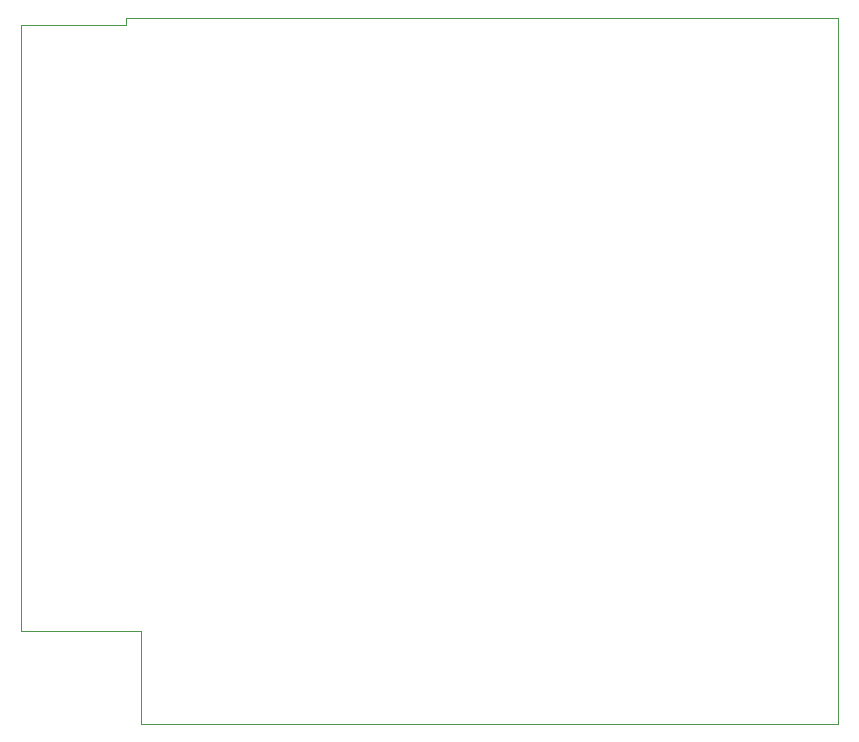
<source format=gm1>
G04 #@! TF.GenerationSoftware,KiCad,Pcbnew,(5.1.2)-2*
G04 #@! TF.CreationDate,2021-06-07T01:18:36+02:00*
G04 #@! TF.ProjectId,BeagleV Chew Toy,42656167-6c65-4562-9043-68657720546f,rev?*
G04 #@! TF.SameCoordinates,Original*
G04 #@! TF.FileFunction,Profile,NP*
%FSLAX46Y46*%
G04 Gerber Fmt 4.6, Leading zero omitted, Abs format (unit mm)*
G04 Created by KiCad (PCBNEW (5.1.2)-2) date 2021-06-07 01:18:36*
%MOMM*%
%LPD*%
G04 APERTURE LIST*
%ADD10C,0.050000*%
G04 APERTURE END LIST*
D10*
X134747000Y-79502000D02*
X125857000Y-79502000D01*
X134747000Y-79502000D02*
X134747000Y-78867000D01*
X125857000Y-130810000D02*
X136017000Y-130810000D01*
X136017000Y-130810000D02*
X136017000Y-138684000D01*
X136017000Y-138684000D02*
X195072000Y-138684000D01*
X195072000Y-138684000D02*
X195072000Y-78867000D01*
X195072000Y-78867000D02*
X134747000Y-78867000D01*
X125857000Y-79502000D02*
X125857000Y-130810000D01*
M02*

</source>
